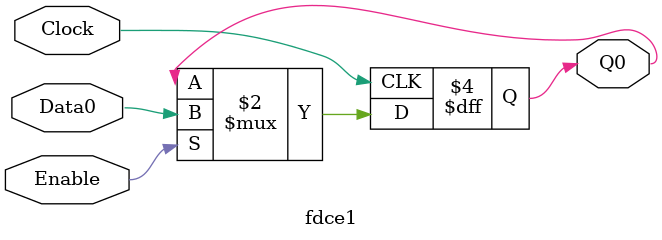
<source format=v>
module fdce1(
	Clock, Enable,
	Data0,
	Q0
);
input Clock, Enable;
input Data0;
output reg Q0;
always @(posedge Clock)
	if (Enable)
		Q0 <= Data0;
endmodule
</source>
